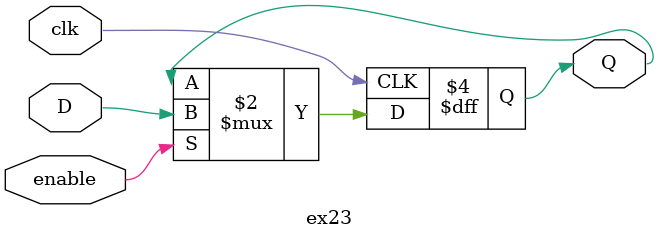
<source format=v>
module ex23(
    input D,
    input clk,
    input enable,
    output reg Q
);

always @(posedge clk) begin
    if (enable)
        Q <= D;

end

endmodule


</source>
